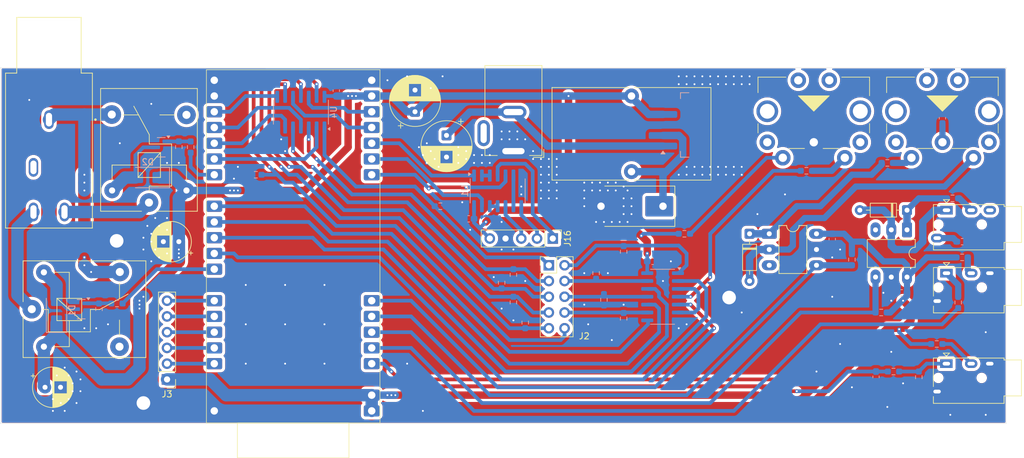
<source format=kicad_pcb>
(kicad_pcb (version 20241229) (generator "pcbnew") (generator_version "9.0")
  (layers (0 "F.Cu" signal) (2 "B.Cu" signal) (13 "F.Paste" user) (15 "B.Paste" user) (5 "F.SilkS" user "F.Silkscreen") (7 "B.SilkS" user "B.Silkscreen") (1 "F.Mask" user) (3 "B.Mask" user) (25 "Edge.Cuts" user))
  (net 0 "")
  (net 1 "GND")
  (net 2 "+3V3")
  (net 3 "+5V")
  (net 4 "Net-(U5-VIN)")
  (net 5 "/PIN_4")
  (net 6 "Net-(C36-Pad2)")
  (net 7 "Net-(C37-Pad2)")
  (net 8 "Net-(D13-K)")
  (net 9 "Net-(D13-A)")
  (net 10 "Net-(D14-A)")
  (net 11 "Net-(D14-K)")
  (net 12 "Net-(J33-Pad1)")
  (net 13 "Net-(D17-K)")
  (net 14 "Net-(J1-PadR1)")
  (net 15 "Net-(J1-PadT)")
  (net 16 "Net-(J2-Pin_6)")
  (net 17 "Net-(J2-Pin_4)")
  (net 18 "Net-(J2-Pin_2)")
  (net 19 "Net-(J2-Pin_9)")
  (net 20 "Net-(J2-Pin_3)")
  (net 21 "Net-(J2-Pin_8)")
  (net 22 "Net-(J2-Pin_10)")
  (net 23 "Net-(J2-Pin_1)")
  (net 24 "Net-(J2-Pin_7)")
  (net 25 "Net-(J2-Pin_5)")
  (net 26 "Net-(J16-Pin_3)")
  (net 27 "Net-(J16-Pin_2)")
  (net 28 "Net-(J16-Pin_1)")
  (net 29 "/SRCLK")
  (net 30 "/OE")
  (net 31 "/RCLK")
  (net 32 "/SRCLR")
  (net 33 "/SER")
  (net 34 "/EXT_CTRL_RING")
  (net 35 "/EXT_CTRL_TIP")
  (net 36 "Net-(J33-Pad2)")
  (net 38 "Net-(J33-Pad3)")
  (net 39 "Net-(J35-PadT)")
  (net 40 "Net-(J35-PadR1)")
  (net 41 "Net-(J36-Pad4)")
  (net 45 "Net-(J37-Pad5)")
  (net 46 "Net-(J37-Pad4)")
  (net 48 "Net-(J40-PadR1)")
  (net 51 "Net-(Q13-G)")
  (net 52 "Net-(Q15-G)")
  (net 53 "/MIDI_RX1")
  (net 54 "/MIDI_RX2")
  (net 55 "Net-(R17-Pad2)")
  (net 56 "/MIDI_TX2")
  (net 57 "Net-(U1-Pad6)")
  (net 58 "Net-(U1-Pad11)")
  (net 59 "/CLK")
  (net 60 "/MOSI")
  (net 61 "/CS")
  (net 62 "/MIDI_TX1")
  (net 63 "/<NO NET>")
  (net 64 "/PIN_20")
  (net 65 "/PIN_42")
  (net 68 "/PIN_19")
  (net 69 "/PIN_40")
  (net 70 "/PIN_39")
  (net 71 "/PIN_36")
  (net 72 "/PIN_35")
  (net 73 "/PIN_34")
  (net 74 "/PIN_33")
  (net 75 "Net-(U1-Pad2)")
  (net 76 "Net-(U2-Pad3)")
  (net 77 "Net-(D1-A2)")
  (net 78 "Net-(D2-A2)")
  (footprint "MountingHole:MountingHole_2.2mm_M2" (layer "F.Cu") (at 166.878 103.632)
    (property "Reference" "REF**" (hide yes))
    (property "Value" "MountingHole_2.2mm_M2" (hide yes))
  )
  (footprint "Inductor_THT:L_Toroid_Vertical_L25.4mm_W14.7mm_P12.20mm_Vishay_TJ5" (layer "F.Cu") (at 151.13 83.32 180)
    (property "Reference" "L1" (hide yes))
    (property "Value" "47uH/3A")
  )
  (footprint "Audio:Jack_3.5mm_PJ320A_Horizontal" (layer "F.Cu") (at 201.93 114.3 -90)
    (property "Reference" "J1" (hide yes))
    (property "Value" "AudioJack4" (hide yes))
  )
  (footprint "Audio:Jack_3.5mm_PJ320A_Horizontal" (layer "F.Cu") (at 201.945 99.7025 -90)
    (property "Reference" "J35" (hide yes))
    (property "Value" "AudioJack4" (hide yes))
  )
  (footprint "Capacitor_THT:CP_Radial_D6.3mm_P2.50mm" (layer "F.Cu") (at 78.105 94.615 180)
    (property "Reference" "C24" (hide yes))
    (property "Value" "22uf/25V" (hide yes))
  )
  (footprint "Relay_THT:Relay_SPDT_SANYOU_SRD_Series_Form_C" (layer "F.Cu") (at 54.38 105.51)
    (property "Reference" "K14" (hide yes))
    (property "Value" "SANYOU_SRD_Form_C" (hide yes))
  )
  (footprint "Connector_PinHeader_2.54mm:PinHeader_2x05_P2.54mm_Vertical" (layer "F.Cu") (at 137.795 98.425)
    (property "Reference" "J2")
    (property "Value" "Conn_02x05_Counter_Clockwise" (hide yes))
  )
  (footprint "MountingHole:MountingHole_2.2mm_M2" (layer "F.Cu") (at 72.39 120.65)
    (property "Reference" "REF**" (hide yes))
    (property "Value" "MountingHole_2.2mm_M2" (hide yes))
  )
  (footprint "Connector_PinHeader_2.54mm:PinHeader_1x05_P2.54mm_Vertical" (layer "F.Cu") (at 138.43 94.11 -90)
    (property "Reference" "J16")
    (property "Value" "Conn_01x05_Pin" (hide yes))
  )
  (footprint "Capacitor_THT:CP_Radial_D8.0mm_P3.50mm" (layer "F.Cu") (at 121.285 77.47 -90)
    (property "Reference" "C7" (hide yes))
    (property "Value" "680uF/50V" (hide yes))
  )
  (footprint "Audio:Jack_3.5mm_PJ320A_Horizontal" (layer "F.Cu") (at 201.945 89.5425 -90)
    (property "Reference" "J40" (hide yes))
    (property "Value" "AudioJack4" (hide yes))
  )
  (footprint "Diode_THT:D_DO-35_SOD27_P7.62mm_Horizontal" (layer "F.Cu") (at 195.58 89.535 180)
    (property "Reference" "D14" (hide yes))
    (property "Value" "1N914" (hide yes))
  )
  (footprint "Connector_BarrelJack:BarrelJack_GCT_DCJ200-10-A_Horizontal" (layer "F.Cu") (at 132.08 80.01 180)
    (property "Reference" "J38" (hide yes))
    (property "Value" "Jack-DC9-18V" (hide yes))
  )
  (footprint "Connector_PinHeader_2.54mm:PinHeader_1x06_P2.54mm_Vertical" (layer "F.Cu") (at 76.2 116.84 180)
    (property "Reference" "J3")
    (property "Value" "Conn_01x06_Pin" (hide yes))
  )
  (footprint "Package_DIP:DIP-6_W7.62mm_LongPads" (layer "F.Cu") (at 195.58 92.71 -90)
    (property "Reference" "U7" (hide yes))
    (property "Value" "H11L1" (hide yes))
  )
  (footprint "Package_DIP:DIP-6_W7.62mm_LongPads" (layer "F.Cu") (at 173.355 93.345)
    (property "Reference" "U8" (hide yes))
    (property "Value" "H11L1" (hide yes))
  )
  (footprint "Capacitor_THT:CP_Radial_D8.0mm_P3.50mm" (layer "F.Cu") (at 116.205 73.66 90)
    (property "Reference" "C20" (hide yes))
    (property "Value" "220uF/50V" (hide yes))
  )
  (footprint "Relay_THT:Relay_SPDT_SANYOU_SRD_Series_Form_C" (layer "F.Cu") (at 73.285 88.31 90)
    (property "Reference" "K13" (hide yes))
    (property "Value" "SANYOU_SRD_Form_C" (hide yes))
  )
  (footprint "Diode_SMD:D_SMC-RM10_Universal_Handsoldering" (layer "F.Cu") (at 151.21 88.9 180)
    (property "Reference" "D17" (hide yes))
    (property "Value" "SS54")
  )
  (footprint "Audio:CUI_SJ-63063B" (layer "F.Cu") (at 57.15 74.93 -90)
    (property "Reference" "J33" (hide yes))
    (property "Value" "SJ-63063B" (hide yes))
  )
  (footprint "Audio:DIN5_MIDI" (layer "F.Cu") (at 201.295 78.58 -90)
    (property "Reference" "J36" (hide yes))
    (property "Value" "MIDI_IN1")
  )
  (footprint "Audio:ESP32S3_1" (layer "F.Cu") (at 95.25 55.88 180)
    (property "Reference" "U9" (hide yes))
    (property "Value" "~" (hide yes))
  )
  (footprint "Audio:DIN5_MIDI" (layer "F.Cu") (at 180.54 78.58 -90)
    (property "Reference" "J37" (hide yes))
    (property "Value" "MIDI_OUT1")
  )
  (footprint "Capacitor_THT:CP_Radial_D6.3mm_P2.50mm" (layer "F.Cu") (at 56.515 118.11)
    (property "Reference" "C26" (hide yes))
    (property "Value" "22uf/25V" (hide yes))
  )
  (footprint "Diode_THT:D_DO-35_SOD27_P7.62mm_Horizontal" (layer "F.Cu") (at 170.18 93.345 -90)
    (property "Reference" "D13" (hide yes))
    (property "Value" "1N914" (hide yes))
  )
  (footprint "MountingHole:MountingHole_2.2mm_M2" (layer "F.Cu") (at 68.072 94.488)
    (property "Reference" "REF**" (hide yes))
    (property "Value" "MountingHole_2.2mm_M2" (hide yes))
  )
  (footprint "Diode_SMD:D_SMA" (layer "B.Cu") (at 73.095 84.27 180)
    (property "Reference" "D2")
    (property "Value" "SMAJ5.0A" (hide yes))
  )
  (footprint "Resistor_SMD:R_0603_1608Metric_Pad0.98x0.95mm_HandSolder" (layer "B.Cu") (at 200.3825 111.125)
    (property "Reference" "R35" (hide yes))
    (property "Value" "1K" (hide yes))
  )
  (footprint "Capacitor_SMD:C_0603_1608Metric_Pad1.08x0.95mm_HandSolder" (layer "B.Cu") (at 124.8675 90.935 180)
    (property "Reference" "C5" (hide yes))
    (property "Value" "104" (hide yes))
  )
  (footprint "Resistor_SMD:R_0603_1608Metric_Pad0.98x0.95mm_HandSolder" (layer "B.Cu") (at 149.86 96.2425 90)
    (property "Reference" "R38" (hide yes))
    (property "Value" "4k7" (hide yes))
  )
  (footprint "Capacitor_SMD:C_0603_1608Metric_Pad1.08x0.95mm_HandSolder" (layer "B.Cu") (at 154.5325 97.79)
    (property "Reference" "C4" (hide yes))
    (property "Value" "104" (hide yes))
  )
  (footprint "Resistor_SMD:R_0603_1608Metric_Pad0.98x0.95mm_HandSolder" (layer "B.Cu") (at 192.405 81.915 180)
    (property "Reference" "R13" (hide yes))
    (property "Value" "220" (hide yes))
  )
  (footprint "Resistor_SMD:R_0603_1608Metric_Pad0.98x0.95mm_HandSolder" (layer "B.Cu") (at 159.6625 93.345 180)
    (property "Reference" "R18" (hide yes))
    (property "Value" "220" (hide yes))
  )
  (footprint "Capacitor_SMD:C_0603_1608Metric_Pad1.08x0.95mm_HandSolder" (layer "B.Cu") (at 103.505 70.2575 90)
    (property "Reference" "C3" (hide yes))
    (property "Value" "104" (hide yes))
  )
  (footprint "Resistor_SMD:R_0603_1608Metric_Pad0.98x0.95mm_HandSolder" (layer "B.Cu") (at 132.08 99.9725 90)
    (property "Reference" "R39" (hide yes))
    (property "Value" "4k7" (hide yes))
  )
  (footprint "Resistor_SMD:R_0603_1608Metric_Pad0.98x0.95mm_HandSolder" (layer "B.Cu") (at 65.22 105.5025 -90)
    (property "Reference" "R12" (hide yes))
    (property "Value" "100k" (hide yes))
  )
  (footprint "Resistor_SMD:R_0603_1608Metric_Pad0.98x0.95mm_HandSolder" (layer "B.Cu") (at 130.175 101.2425 -90)
    (property "Reference" "R41" (hide yes))
    (property "Value" "4k7" (hide yes))
  )
  (footprint "Resistor_SMD:R_0603_1608Metric_Pad0.98x0.95mm_HandSolder" (layer "B.Cu") (at 120.2925 88.9 180)
    (property "Reference" "R37" (hide yes))
    (property "Value" "4k7" (hide yes))
  )
  (footprint "Resistor_SMD:R_0603_1608Metric_Pad0.98x0.95mm_HandSolder" (layer "B.Cu") (at 202.9225 87.63 180)
    (property "Reference" "R15" (hide yes))
    (property "Value" "220" (hide yes))
  )
  (footprint "Resistor_SMD:R_0603_1608Metric_Pad0.98x0.95mm_HandSolder" (layer "B.Cu") (at 78.105 79.3575 -90)
    (property "Reference" "R11" (hide yes))
    (property "Value" "100k" (hide yes))
  )
  (footprint "Package_SO:SOIC-14_3.9x8.7mm_P1.27mm" (layer "B.Cu") (at 156.145 103.505 180)
    (property "Reference" "U2" (hide yes))
    (property "Value" "74HCT14")
  )
  (footprint "Resistor_SMD:R_0603_1608Metric_Pad0.98x0.95mm_HandSolder" (layer "B.Cu") (at 191.4125 106.045 180)
    (property "Reference" "R16" (hide yes))
    (property "Value" "470" (hide yes))
  )
  (footprint "Package_TO_SOT_SMD:SOT-23" (layer "B.Cu") (at 75.2625 79.395 180)
    (property "Reference" "Q13" (hide yes))
    (property "Value" "IRLML2502" (hide yes))
  )
  (footprint "Resistor_SMD:R_0603_1608Metric_Pad0.98x0.95mm_HandSolder" (layer "B.Cu") (at 203.835 104.425 -90)
    (property "Reference" "R20" (hide yes))
    (property "Value" "47" (hide yes))
  )
  (footprint "Capacitor_SMD:C_0603_1608Metric_Pad1.08x0.95mm_HandSolder" (layer "B.Cu") (at 190.58 116.4325 90)
    (property "Reference" "C22" (hide yes))
    (property "Value" "104" (hide yes))
  )
  (footprint "Package_TO_SOT_SMD:TO-263-5_TabPin3" (layer "B.Cu") (at 163.86 75.79)
    (property "Reference" "U5" (hide yes))
    (property "Value" "LM2596S-5" (hide yes))
  )
  (footprint "Resistor_SMD:R_0603_1608Metric_Pad0.98x0.95mm_HandSolder" (layer "B.Cu") (at 133.985 107.6725 -90)
    (property "Reference" "R45" (hide yes))
    (property "Value" "4k7" (hide yes))
  )
  (footprint "Resistor_SMD:R_0603_1608Metric_Pad0.98x0.95mm_HandSolder" (layer "B.Cu") (at 193.3975 115.57)
    (property "Reference" "R33" (hide yes))
    (property "Value" "680")
  )
  (footprint "Package_TO_SOT_SMD:SOT-23" (layer "B.Cu") (at 62.3475 105.51 180)
    (property "Reference" "Q15" (hide yes))
    (property "Value" "IRLML2502" (hide yes))
  )
  (footprint "Diode_SMD:D_SMA" (layer "B.Cu") (at 58.37 105.75 90)
    (property "Reference" "D1")
    (property "Value" "SMAJ5.0A" (hide yes))
  )
  (footprint "Capacitor_SMD:C_0603_1608Metric_Pad1.08x0.95mm_HandSolder" (layer "B.Cu") (at 201.295 74.7025 -90)
    (property "Reference" "C36" (hide yes))
    (property "Value" "104" (hide yes))
  )
  (footprint "Capacitor_SMD:C_0603_1608Metric_Pad1.08x0.95mm_HandSolder" (layer "B.Cu") (at 183.515 94.2075 -90)
    (property "Reference" "C2" (hide yes))
    (property "Value" "104" (hide yes))
  )
  (footprint "Resistor_SMD:R_0603_1608Metric_Pad0.98x0.95mm_HandSolder" (layer "B.Cu") (at 179.3475 83.185 180)
    (property "Reference" "R17" (hide yes))
    (property "Value" "220" (hide yes))
  )
  (footprint "Resistor_SMD:R_0603_1608Metric_Pad0.98x0.95mm_HandSolder" (layer "B.Cu") (at 204.47 97.155 180)
    (property "Reference" "R19" (hide yes))
    (property "Value" "47" (hide yes))
  )
  (footprint "Resistor_SMD:R_0603_1608Metric_Pad0.98x0.95mm_HandSolder" (layer "B.Cu") (at 90.5275 83.82)
    (property "Reference" "R46" (hide yes))
    (property "Value" "4k7" (hide yes))
  )
  (footprint "Capacitor_SMD:C_0603_1608Metric_Pad1.08x0.95mm_HandSolder" (layer "B.Cu") (at 204.47 94.615 180)
    (property "Reference" "C37" (hide yes))
    (property "Value" "104" (hide yes))
  )
  (footprint "Resistor_SMD:R_0603_1608Metric_Pad0.98x0.95mm_HandSolder" (layer "B.Cu") (at 186.69 97.5125 -90)
    (property "Reference" "R14" (hide yes))
    (property "Value" "470" (hide yes))
  )
  (footprint "Package_SO:SOIC-14_3.9x8.7mm_P1.27mm" (layer "B.Cu") (at 129.54 86.425 -90)
    (property "Reference" "U1")
    (property "Value" "74HCT14")
  )
  (footprint "Resistor_SMD:R_0603_1608Metric_Pad0.98x0.95mm_HandSolder" (layer "B.Cu") (at 149.86 107.0375 90)
    (property "Reference" "R44" (hide yes))
    (property "Value" "4k7" (hide yes))
  )
  (footprint "Capacitor_SMD:C_0603_1608Metric_Pad1.08x0.95mm_HandSolder" (layer "B.Cu") (at 194.7175 102.87 180)
    (property "Reference" "C1" (hide yes))
    (property "Value" "104" (hide yes))
  )
  (footprint "Resistor_SMD:R_0603_1608Metric_Pad0.98x0.95mm_HandSolder" (layer "B.Cu") (at 68.1175 104.59 180)
    (property "Reference" "R32" (hide yes))
    (property "Value" "100" (hide yes))
  )
  (footprint "Package_SO:SOIC-14_3.9x8.7mm_P1.27mm" (layer "B.Cu") (at 97.79 73.725 90)
    (property "Reference" "U4")
    (property "Value" "74HCT14")
  )
  (footprint "Resistor_SMD:R_0603_1608Metric_Pad0.98x0.95mm_HandSolder" (layer "B.Cu") (at 132.08 104.4175 90)
    (property "Reference" "R43" (hide yes))
    (property "Value" "4k7" (hide yes))
  )
  (footprint "Resistor_SMD:R_0603_1608Metric_Pad0.98x0.95mm_HandSolder" (layer "B.Cu") (at 145.415 99.695 -90)
    (property "Reference" "R40" (hide yes))
    (property "Value" "4k7" (hide yes))
  )
  (footprint "Resistor_SMD:R_0603_1608Metric_Pad0.98x0.95mm_HandSolder" (layer "B.Cu") (at 80.01 79.3575 90)
    (property "Reference" "R31" (hide yes))
    (property "Value" "100" (hide yes))
  )
  (footprint "Resistor_SMD:R_0603_1608Metric_Pad0.98x0.95mm_HandSolder" (layer "B.Cu") (at 197.485 116.4825 -90)
    (property "Reference" "R36" (hide yes))
    (property "Value" "1M" (hide yes))
  )
  (footprint "Resistor_SMD:R_0603_1608Metric_Pad0.98x0.95mm_HandSolder" (layer "B.Cu") (at 146.685 103.9895 90)
    (property "Reference" "R42" (hide yes))
    (property "Value" "4k7" (hide yes))
  )
  (gr_line (start 49.276 66.548) (end 49.276 123.952) (stroke (width 0.05)) (layer "Edge.Cuts"))
  (gr_line (start 211.582 66.548) (end 49.276 66.548) (stroke (width 0.05)) (layer "Edge.Cuts"))
  (gr_line (start 49.276 123.952) (end 211.582 123.952) (stroke (width 0.05)) (layer "Edge.Cuts"))
  (gr_line (start 211.582 123.952) (end 211.582 66.548) (stroke (width 0.05)) (layer "Edge.Cuts"))
  (via (at 86.995 84.455) (size 0.6) (drill 0.3) (layers "F.Cu" "B.Cu") (net 1))
  (via (at 120.015 82.55) (size 0.6) (drill 0.3) (layers "F.Cu" "B.Cu") (net 1))
  (via (at 149.86 88.9) (size 0.6) (drill 0.3) (layers "F.Cu" "B.Cu") (net 1))
  (via (at 175.895 86.995) (size 0.6) (drill 0.3) (layers "F.Cu" "B.Cu") (net 1))
  (via (at 123.825 88.265) (size 0.6) (drill 0.3) (layers "F.Cu" "B.Cu") (net 1))
  (via (at 139.065 87.63) (size 0.6) (drill 0.3) (layers "F.Cu" "B.Cu") (net 1))
  (via (at 125.73 81.915) (size 0.6) (drill 0.3) (layers "F.Cu" "B.Cu") (net 1))
  (via (at 78.105 81.915) (size 0.6) (drill 0.3) (layers "F.Cu" "B.Cu") (net 1))
  (via (at 123.19 80.645) (size 0.6) (drill 0.3) (layers "F.Cu" "B.Cu") (net 1))
  (via (at 131.445 76.835) (size 0.6) (drill 0.3) (layers "F.Cu" "B.Cu") (net 1))
  (via (at 130.175 105.41) (size 0.6) (drill 0.3) (layers "F.Cu" "B.Cu") (net 1))
  (via (at 74.93 92.075) (size 0.6) (drill 0.3) (layers "F.Cu" "B.Cu") (net 1))
  (via (at 133.35 85.725) (size 0.6) (drill 0.3) (layers "F.Cu" "B.Cu") (net 1))
  (via (at 66.675 107.95) (size 0.6) (drill 0.3) (layers "F.Cu" "B.Cu") (net 1))
  (via (at 64.77 108.585) (size 0.6) (drill 0.3) (layers "F.Cu" "B.Cu") (net 1))
  (via (at 161.29 69.215) (size 0.6) (drill 0.3) (layers "F.Cu" "B.Cu") (net 1))
  (via (at 165.1 82.55) (size 0.6) (drill 0.3) (layers "F.Cu" "B.Cu") (net 1))
  (via (at 130.175 95.885) (size 0.6) (drill 0.3) (layers "F.Cu" "B.Cu") (net 1))
  (via (at 147.32 99.695) (size 0.6) (drill 0.3) (layers "F.Cu" "B.Cu") (net 1))
  (via (at 73.66 94.615) (size 0.6) (drill 0.3) (layers "F.Cu" "B.Cu") (net 1))
  (via (at 60.96 118.745) (size 0.6) (drill 0.3) (layers "F.Cu" "B.Cu") (net 1))
  (via (at 136.525 86.36) (size 0.6) (drill 0.3) (layers "F.Cu" "B.Cu") (net 1))
  (via (at 146.05 86.36) (size 0.6) (drill 0.3) (layers "F.Cu" "B.Cu") (net 1))
  (via (at 57.785 120.015) (size 0.6) (drill 0.3) (layers "F.Cu" "B.Cu") (net 1))
  (via (at 128.27 80.645) (size 0.6) (drill 0.3) (layers "F.Cu" "B.Cu") (net 1))
  (via (at 116.84 79.375) (size 0.6) (drill 0.3) (layers "F.Cu" "B.Cu") (net 1))
  (via (at 192.405 121.285) (size 0.6) (drill 0.3) (layers "F.Cu" "B.Cu") (net 1))
  (via (at 168.91 83.82) (size 0.6) (drill 0.3) (layers "F.Cu" "B.Cu") (net 1))
  (via (at 161.29 82.55) (size 0.6) (drill 0.3) (layers "F.Cu" "B.Cu") (net 1))
  (via (at 61.595 115.57) (size 0.6) (drill 0.3) (layers "F.Cu" "B.Cu") (net 1))
  (via (at 137.795 87.63) (size 0.6) (drill 0.3) (layers "F.Cu" "B.Cu") (net 1))
  (via (at 167.64 82.55) (size 0.6) (drill 0.3) (layers "F.Cu" "B.Cu") (net 1))
  (via (at 132.715 76.835) (size 0.6) (drill 0.3) (layers "F.Cu" "B.Cu") (net 1))
  (via (at 95.25 80.01) (size 0.6) (drill 0.3) (layers "F.Cu" "B.Cu") (net 1))
  (via (at 161.29 83.82) (size 0.6) (drill 0.3) (layers "F.Cu" "B.Cu") (net 1))
  (via (at 160.02 69.215) (size 0.6) (drill 0.3) (layers "F.Cu" "B.Cu") (net 1))
  (via (at 130.175 76.835) (size 0.6) (drill 0.3) (layers "F.Cu" "B.Cu") (net 1))
  (via (at 156.21 100.965) (size 0.6) (drill 0.3) (layers "F.Cu" "B.Cu") (net 1))
  (via (at 202.565 122.555) (size 0.6) (drill 0.3) (layers "F.Cu" "B.Cu") (net 1))
  (via (at 62.865 108.585) (size 0.6) (drill 0.3) (layers "F.Cu" "B.Cu") (net 1))
  (via (at 135.255 81.28) (size 0.6) (drill 0.3) (layers "F.Cu" "B.Cu") (net 1))
  (via (at 137.795 83.82) (size 0.6) (drill 0.3) (layers "F.Cu" "B.Cu") (net 1))
  (via (at 73.66 93.345) (size 0.6) (drill 0.3) (layers "F.Cu" "B.Cu") (net 1))
  (via (at 147.955 91.44) (size 0.6) (drill 0.3) (layers "F.Cu" "B.Cu") (net 1))
  (via (at 143.51 88.9) (size 0.6) (drill 0.3) (layers "F.Cu" "B.Cu") (net 1))
  (via (at 123.19 79.375) (size 0.6) (drill 0.3) (layers "F.Cu" "B.Cu") (net 1))
  (via (at 162.56 67.945) (size 0.6) (drill 0.3) (layers "F.Cu" "B.Cu") (net 1))
  (via (at 127 80.645) (size 0.6) (drill 0.3) (layers "F.Cu" "B.Cu") (net 1))
  (via (at 136.525 81.28) (size 0.6) (drill 0.3) (layers "F.Cu" "B.Cu") (net 1))
  (via (at 136.525 83.82) (size 0.6) (drill 0.3) (layers "F.Cu" "B.Cu") (net 1))
  (via (at 59.69 121.92) (size 0.6) (drill 0.3) (layers "F.Cu" "B.Cu") (net 1))
  (via (at 184.785 95.885) (size 0.6) (drill 0.3) (layers "F.Cu" "B.Cu") (net 1))
  (via (at 60.325 116.205) (size 0.6) (drill 0.3) (layers "F.Cu" "B.Cu") (net 1))
  (via (at 131.445 78.105) (size 0.6) (drill 0.3) (layers "F.Cu" "B.Cu") (net 1))
  (via (at 208.28 122.555) (size 0.6) (drill 0.3) (layers "F.Cu" "B.Cu") (net 1))
  (via (at 160.02 107.95) (size 0.6) (drill 0.3) (layers "F.Cu" "B.Cu") (net 1))
  (via (at 193.04 112.395) (size 0.6) (drill 0.3) (layers "F.Cu" "B.Cu") (net 1))
  (via (at 158.75 108.585) (size 0.6) (drill 0.3) (layers "F.Cu" "B.Cu") (net 1))
  (via (at 74.295 95.885) (size 0.6) (drill 0.3) (layers "F.Cu" "B.Cu") (net 1))
  (via (at 168.91 82.55) (size 0.6) (drill 0.3) (layers "F.Cu" "B.Cu") (net 1))
  (via (at 123.19 81.915) (size 0.6) (drill 0.3) (layers "F.Cu" "B.Cu") (net 1))
  (via (at 143.51 99.695) (size 0.6) (drill 0.3) (layers "F.Cu" "B.Cu") (net 1))
  (via (at 143.51 87.63) (size 0.6) (drill 0.3) (layers "F.Cu" "B.Cu") (net 1))
  (via (at 118.745 80.01) (size 0.6) (drill 0.3) (layers "F.Cu" "B.Cu") (net 1))
  (via (at 149.86 85.725) (size 0.6) (drill 0.3) (layers "F.Cu" "B.Cu") (net 1))
  (via (at 74.93 97.155) (size 0.6) (drill 0.3) (layers "F.Cu" "B.Cu") (net 1))
  (via (at 160.02 82.55) (size 0.6) (drill 0.3) (layers "F.Cu" "B.Cu") (net 1))
  (via (at 143.51 85.09) (size 0.6) (drill 0.3) (layers "F.Cu" "B.Cu") (net 1))
  (via (at 61.595 120.65) (size 0.6) (drill 0.3) (layers "F.Cu" "B.Cu") (net 1))
  (via (at 146.685 91.44) (size 0.6) (drill 0.3) (layers "F.Cu" "B.Cu") (net 1))
  (via (at 73.66 97.79) (size 0.6) (drill 0.3) (layers "F.Cu" "B.Cu") (net 1))
  (via (at 57.785 121.92) (size 0.6) (drill 0.3) (layers "F.Cu" "B.Cu") (net 1))
  (via (at 208.28 109.22) (size 0.6) (drill 0.3) (layers "F.Cu" "B.Cu") (net 1))
  (via (at 133.985 100.965) (size 0.6) (drill 0.3) (layers "F.Cu" "B.Cu") (net 1))
  (via (at 124.46 81.28) (size 0.6) (drill 0.3) (layers "F.Cu" "B.Cu") (net 1))
  (via (at 88.9 101.6) (size 0.6) (drill 0.3) (layers "F.Cu" "B.Cu") (net 1))
  (via (at 168.91 69.215) (size 0.6) (drill 0.3) (layers "F.Cu" "B.Cu") (net 1))
  (via (at 158.75 69.215) (size 0.6) (drill 0.3) (layers "F.Cu" "B.Cu") (net 1))
  (via (at 59.69 114.935) (size 0.6) (drill 0.3) (layers "F.Cu" "B.Cu") (net 1))
  (via (at 132.08 107.315) (size 0.6) (drill 0.3) (layers "F.Cu" "B.Cu") (net 1))
  (via (at 60.96 117.475) (size 0.6) (drill 0.3) (layers "F.Cu" "B.Cu") (net 1))
  (via (at 166.37 69.215) (size 0.6) (drill 0.3) (layers "F.Cu" "B.Cu") (net 1))
  (via (at 76.2 81.915) (size 0.6) (drill 0.3) (layers "F.Cu" "B.Cu") (net 1))
  (via (at 137.795 81.28) (size 0.6) (drill 0.3) (layers "F.Cu" "B.Cu") (net 1))
  (via (at 130.175 78.105) (size 0.6) (drill 0.3) (layers "F.Cu" "B.Cu") (net 1))
  (via (at 149.86 87.63) (size 0.6) (drill 0.3) (layers "F.Cu" "B.Cu") (net 1))
  (via (at 170.18 69.215) (size 0.6) (drill 0.3) (layers "F.Cu" "B.Cu") (net 1))
  (via (at 193.04 104.14) (size 0.6) (drill 0.3) (layers "F.Cu" "B.Cu") (net 1))
  (via (at 160.02 67.945) (size 0.6) (drill 0.3) (layers "F.Cu" "B.Cu") (net 1))
  (via (at 139.065 81.28) (size 0.6) (drill 0.3) (layers "F.Cu" "B.Cu") (net 1))
  (via (at 168.91 106.045) (size 0.6) (drill 0.3) (layers "F.Cu" "B.Cu") (net 1))
  (via (at 132.08 95.885) (size 0.6) (drill 0.3) (layers "F.Cu" "B.Cu") (net 1))
  (via (at 171.45 90.17) (size 0.6) (drill 0.3) (layers "F.Cu" "B.Cu") (net 1))
  (via (at 88.9 114.3) (size 0.6) (drill 0.3) (layers "F.Cu" "B.Cu") (net 1))
  (via (at 124.46 80.01) (size 0.6) (drill 0.3) (layers "F.Cu" "B.Cu") (net 1))
  (via (at 139.065 82.55) (size 0.6) (drill 0.3) (layers "F.Cu" "B.Cu") (net 1))
  (via (at 133.35 86.995) (size 0.6) (drill 0.3) (layers "F.Cu" "B.Cu") (net 1))
  (via (at 143.51 104.775) (size 0.6) (drill 0.3) (layers "F.Cu" "B.Cu") (net 1))
  (via (at 166.37 67.945) (size 0.6) (drill 0.3) (layers "F.Cu" "B.Cu") (net 1))
  (via (at 118.11 78.74) (size 0.6) (drill 0.3) (layers "F.Cu" "B.Cu") (net 1))
  (via (at 147.32 85.09) (size 0.6) (drill 0.3) (layers "F.Cu" "B.Cu") (net 1))
  (via (at 144.78 86.36) (size 0.6) (drill 0.3) (layers "F.Cu" "B.Cu") (net 1))
  (via (at 170.18 67.945) (size 0.6) (drill 0.3) (layers "F.Cu" "B.Cu") (net 1))
  (via (at 95.25 107.95) (size 0.6) (drill 0.3) (layers "F.Cu" "B.Cu") (net 1))
  (via (at 139.065 85.09) (size 0.6) (drill 0.3) (layers "F.Cu" "B.Cu") (net 1))
  (via (at 114.935 114.3) (size 0.6) (drill 0.3) (layers "F.Cu" "B.Cu") (net 1))
  (via (at 132.715 78.105) (size 0.6) (drill 0.3) (layers "F.Cu" "B.Cu") (net 1))
  (via (at 180.975 115.57) (size 0.6) (drill 0.3) (layers "F.Cu" "B.Cu") (net 1))
  (via (at 167.64 83.82) (size 0.6) (drill 0.3) (layers "F.Cu" "B.Cu") (net 1))
  (via (at 137.795 82.55) (size 0.6) (drill 0.3) (layers "F.Cu" "B.Cu") (net 1))
  (via (at 148.59 85.09) (size 0.6) (drill 0.3) (layers "F.Cu" "B.Cu") (net 1))
  (via (at 144.145 107.95) (size 0.6) (drill 0.3) (layers "F.Cu" "B.Cu") (net 1))
  (via (at 114.935 67.945) (size 0.6) (drill 0.3) (layers "F.Cu" "B.Cu") (net 1))
  (via (at 147.32 86.36) (size 0.6) (drill 0.3) (layers "F.Cu" "B.Cu") (net 1))
  (via (at 151.13 90.17) (size 0.6) (drill 0.3) (layers "F.Cu" "B.Cu") (net 1))
  (via (at 117.475 121.92) (size 0.6) (drill 0.3) (layers "F.Cu" "B.Cu") (net 1))
  (via (at 165.1 67.945) (size 0.6) (drill 0.3) (layers "F.Cu" "B.Cu") (net 1))
  (via (at 149.225 91.44) (size 0.6) (drill 0.3) (layers "F.Cu" "B.Cu") (net 1))
  (via (at 73.66 72.39) (size 0.6) (drill 0.3) (layers "F.Cu" "B.Cu") (net 1))
  (via (at 101.6 107.95) (size 0.6) (drill 0.3) (layers "F.Cu" "B.Cu") (net 1))
  (via (at 146.05 85.09) (size 0.6) (drill 0.3) (layers "F.Cu" "B.Cu") (net 1))
  (via (at 145.415 91.44) (size 0.6) (drill 0.3) (layers "F.Cu" "B.Cu") (net 1))
  (via (at 95.25 114.3) (size 0.6) (drill 0.3) (layers "F.Cu" "B.Cu") (net 1))
  (via (at 101.6 101.6) (size 0.6) (drill 0.3) (layers "F.Cu" "B.Cu") (net 1))
  (via (at 125.73 80.645) (size 0.6) (drill 0.3) (layers "F.Cu" "B.Cu") (net 1))
  (via (at 94.615 78.105) (size 0.6) (drill 0.3) (layers "F.Cu" "B.Cu") (net 1))
  (via (at 163.83 69.215) (size 0.6) (drill 0.3) (layers "F.Cu" "B.Cu") (net 1))
  (via (at 58.42 116.205) (size 0.6) (drill 0.3) (layers "F.Cu" "B.Cu") (net 1))
  (via (at 118.11 81.915) (size 0.6) (drill 0.3) (layers "F.Cu" "B.Cu") (net 1))
  (via (at 136.525 87.63) (size 0.6) (drill 0.3) (layers "F.Cu" "B.Cu") (net 1))
  (via (at 166.37 82.55) (size 0.6) (drill 0.3) (layers "F.Cu" "B.Cu") (net 1))
  (via (at 162.56 83.82) (size 0.6) (drill 0.3) (layers "F.Cu" "B.Cu") (net 1))
  (via (at 137.795 85.09) (size 0.6) (drill 0.3) (layers "F.Cu" "B.Cu") (net 1))
  (via (at 163.83 82.55) (size 0.6) (drill 0.3) (layers "F.Cu" "B.Cu") (net 1))
  (via (at 72.39 95.885) (size 0.6) (drill 0.3) (layers "F.Cu" "B.Cu") (net 1))
  (via (at 151.13 87.63) (size 0.6) (drill 0.3) (layers "F.Cu" "B.Cu") (net 1))
  (via (at 119.38 81.28) (size 0.6) (drill 0.3) (layers "F.Cu" "B.Cu") (net 1))
  (via (at 186.69 118.11) (size 0.6) (drill 0.3) (layers "F.Cu" "B.Cu") (net 1))
  (via (at 183.515 103.505) (size 0.6) (drill 0.3) (layers "F.Cu" "B.Cu") (net 1))
  (via (at 139.065 83.82) (size 0.6) (drill 0.3) (layers "F.Cu" "B.Cu") (net 1))
  (via (at 76.2 90.805) (size 0.6) (drill 0.3) (layers "F.Cu" "B.Cu") (net 1))
  (via (at 162.56 82.55) (size 0.6) (drill 0.3) (layers "F.Cu" "B.Cu") (net 1))
  (via (at 165.1 69.215) (size 0.6) (drill 0.3) (layers "F.Cu" "B.Cu") (net 1))
  (via (at 73.025 92.075) (size 0.6) (drill 0.3) (layers "F.Cu" "B.Cu") (net 1))
  (via (at 191.77 102.87) (size 0.6) (drill 0.3) (layers "F.Cu" "B.Cu") (net 1))
  (via (at 125.095 92.71) (size 0.6) (drill 0.3) (layers "F.Cu" "B.Cu") (net 1))
  (via (at 60.325 120.015) (size 0.6) (drill 0.3) (layers "F.Cu" "B.Cu") (net 1))
  (via (at 158.75 67.945) (size 0.6) (drill 0.3) (layers "F.Cu" "B.Cu") (net 1))
  (via (at 151.13 88.9) (size 0.6) (drill 0.3) (layers "F.Cu" "B.Cu") (net 1))
  (via (at 167.64 69.215) (size 0.6) (drill 0.3) (layers "F.Cu" "B.Cu") (net 1))
  (via (at 194.945 117.475) (size 0.6) (drill 0.3) (layers "F.Cu" "B.Cu") (net 1))
  (via (at 162.56 69.215) (size 0.6) (drill 0.3) (layers "F.Cu" "B.Cu") (net 1))
  (via (at 76.2 92.71) (size 0.6) (drill 0.3) (layers "F.Cu" "B.Cu") (net 1))
  (via (at 117.475 80.645) (size 0.6) (drill 0.3) (layers "F.Cu" "B.Cu") (net 1))
  (via (at 150.495 91.44) (size 0.6) (drill 0.3) (layers "F.Cu" "B.Cu") (net 1))
  (via (at 149.86 90.17) (size 0.6) (drill 0.3) (layers "F.Cu" "B.Cu") (net 1))
  (via (at 148.59 86.36) (size 0.6) (drill 0.3) (layers "F.Cu" "B.Cu") (net 1))
  (via (at 118.745 69.85) (size 0.6) (drill 0.3) (layers "F.Cu" "B.Cu") (net 1))
  (via (at 168.91 67.945) (size 0.6) (drill 0.3) (layers "F.Cu" "B.Cu") (net 1))
  (via (at 95.25 101.6) (size 0.6) (drill 0.3) (layers "F.Cu" "B.Cu") (net 1))
  (via (at 62.23 116.84) (size 0.6) (drill 0.3) (layers "F.Cu" "B.Cu") (net 1))
  (via (at 184.785 111.125) (size 0.6) (drill 0.3) (layers "F.Cu" "B.Cu") (net 1))
  (via (at 167.64 67.945) (size 0.6) (drill 0.3) (layers "F.Cu" "B.Cu") (net 1))
  (via (at 139.065 86.36) (size 0.6) (drill 0.3) (layers "F.Cu" "B.Cu") (net 1))
  (via (at 163.83 67.945) (size 0.6) (drill 0.3) (layers "F.Cu" "B.Cu") (net 1))
  (via (at 111.76 68.58) (size 0.6) (drill 0.3) (layers "F.Cu" "B.Cu") (net 1))
  (via (at 157.48 97.79) (size 0.6) (drill 0.3) (layers "F.Cu" "B.Cu") (net 1))
  (via (at 128.905 100.33) (size 0.6) (drill 0.3) (layers "F.Cu" "B.Cu") (net 1))
  (via (at 150.495 86.36) (size 0.6) (drill 0.3) (layers "F.Cu" "B.Cu") (net 1))
  (via (at 144.78 85.09) (size 0.6) (drill 0.3) (layers "F.Cu" "B.Cu") (net 1))
  (via (at 130.175 91.44) (size 0.6) (drill 0.3) (layers "F.Cu" "B.Cu") (net 1))
  (via (at 163.83 83.82) (size 0.6) (drill 0.3) (layers "F.Cu" "B.Cu") (net 1))
  (via (at 87.63 82.55) (size 0.6) (drill 0.3) (layers "F.Cu" "B.Cu") (net 1))
  (via (at 137.795 86.36) (size 0.6) (drill 0.3) (layers "F.Cu" "B.Cu") (net 1))
  (via (at 128.27 81.915) (size 0.6) (drill 0.3) (layers "F.Cu" "B.Cu") (net 1))
  (via (at 68.58 78.74) (size 0.6) (drill 0.3) (layers "F.Cu" "B.Cu") (net 1))
  (via (at 165.1 83.82) (size 0.6) (drill 0.3) (layers "F.Cu" "B.Cu") (net 1))
  (via (at 88.9 107.95) (size 0.6) (drill 0.3) (layers "F.Cu" "B.Cu") (net 1))
  (via (at 59.055 120.65) (size 0.6) (drill 0.3) (layers "F.Cu" "B.Cu") (net 1))
  (via (at 101.6 114.3) (size 0.6) (drill 0.3) (layers "F.Cu" "B.Cu") (net 1))
  (via (at 158.75 83.82) (size 0.6) (drill 0.3) (layers "F.Cu" "B.Cu") (net 1))
  (via (at 127 81.915) (size 0.6) (drill 0.3) (layers "F.Cu" "B.Cu") (net 1))
  (via (at 136.525 82.55) (size 0.6) (drill 0.3) (layers "F.Cu" "B.Cu") (net 1))
  (via (at 76.2 96.52) (size 0.6) (drill 0.3) (layers "F.Cu" "B.Cu") (net 1))
  (via (at 143.51 86.36) (size 0.6) (drill 0.3) (layers "F.Cu" "B.Cu") (net 1))
  (via (at 166.37 83.82) (size 0.6) (drill 0.3) (layers "F.Cu" "B.Cu") (net 1))
  (via (at 62.23 118.745) (size 0.6) (drill 0.3) (layers "F.Cu" "B.Cu") (net 1))
  (via (at 120.65 67.945) (size 0.6) (drill 0.3) (layers "F.Cu" "B.Cu") (net 1))
  (via (at 135.255 80.01) (size 0.6) (drill 0.3) (layers "F.Cu" "B.Cu") (net 1))
  (via (at 74.295 90.805) (size 0.6) (drill 0.3) (layers "F.Cu" "B.Cu") (net 1))
  (via (at 136.525 85.09) (size 0.6) (drill 0.3) (layers "F.Cu" "B.Cu") (net 1))
  (via (at 53.975 71.755) (size 0.6) (drill 0.3) (layers "F.Cu" "B.Cu") (net 1))
  (via (at 160.02 83.82) (size 0.6) (drill 0.3) (layers "F.Cu" "B.Cu") (net 1))
  (via (at 133.985 78.105) (size 0.6) (drill 0.3) (layers "F.Cu" "B.Cu") (net 1))
  (via (at 183.515 97.155) (size 0.6) (drill 0.3) (layers "F.Cu" "B.Cu") (net 1))
  (via (at 161.29 67.945) (size 0.6) (drill 0.3) (layers "F.Cu" "B.Cu") (net 1))
  (via (at 149.86 104.775) (size 0.6) (drill 0.3) (layers "F.Cu" "B.Cu") (net 1))
  (via (at 72.39 93.98) (size 0.6) (drill 0.3) (layers "F.Cu" "B.Cu") (net 1))
  (via (at 147.955 110.49) (size 0.6) (drill 0.3) (layers "F.Cu" "B.Cu") (net 1))
  (segment (start 179.705 121.285) (end 192.405 108.585) (width 1.2) (layer "F.Cu") (net 2))
  (segment (start 173.355 121.285) (end 179.705 121.285) (width 1.2) (layer "F.Cu") (net 2))
  (segment (start 196.215 107.315) (end 196.215 105.41) (width 1.2) (layer "F.Cu") (net 2))
  (segment (start 171.45 119.38) (end 173.355 121.285) (width 1.2) (layer "F.Cu") (net 2))
  (segment (start 111.76 119.38) (end 171.45 119.38) (width 1.2) (layer "F.Cu") (net 2))
  (segment (start 196.215 105.41) (end 194.945 104.14) (width 1.2) (layer "F.Cu") (net 2))
  (segment (start 194.945 108.585) (end 196.215 107.315) (width 1.2) (layer "F.Cu") (net 2))
  (segment (start 192.405 108.585) (end 194.945 108.585) (width 1.2) (layer "F.Cu") (net 2))
  (via (at 194.31 108.75) (size 0.6) (drill 0.3) (layers "F.Cu" "B.Cu") (net 2))
  (via (at 112.395 119.38) (size 0.6) (drill 0.3) (layers "F.Cu" "B.Cu") (net 2))
  (via (at 113.03 119.38) (size 0.6) (drill 0.3) (layers "F.Cu" "B.Cu") (net 2))
  (via (at 194.945 104.14) (size 0.6) (drill 0.3) (layers "F.Cu" "B.Cu") (net 2))
  (via (at 111.76 119.38) (size 0.6) (drill 0.3) (layers "F.Cu" "B.Cu") (net 2))
  (segment (start 112.395 119.38) (end 113.03 119.38) (width 1.2) (layer "B.Cu") (net 2))
  (segment (start 192.88 106.045) (end 193.2775 105.6475) (width 1) (layer "B.Cu") (net 2))
  (segment (start 198.755 97.155) (end 203.5575 97.155) (width 1) (layer "B.Cu") (net 2))
  (segment (start 195.58 100.33) (end 198.755 97.155) (width 1) (layer "B.Cu") (net 2))
  (segment (start 186.69 94.615) (end 185.42 93.345) (width 1) (layer "B.Cu") (net 2))
  (segment (start 109.22 119.38) (end 85.725 119.38) (width 2) (layer "B.Cu") (net 2))
  (segment (start 180.975 93.345) (end 183.515 93.345) (width 1) (layer "B.Cu") (net 2))
  (segment (start 185.42 93.345) (end 183.515 93.345) (width 1) (layer "B.Cu") (net 2))
  (segment (start 191.77 97.79) (end 188.595 94.615) (width 1) (layer "B.Cu") (net 2))
  (segment (start 83.185 116.84) (end 76.2 116.84) (width 2) (layer "B.Cu") (net 2))
  (segment (start 194.31 109.22) (end 196.215 111.125) (width 0.6) (layer "B.Cu") (net 2))
  (segment (start 109.22 121.92) (end 109.22 119.38) (width 2) (layer "B.Cu") (net 2))
  (segment (start 194.945 97.79) (end 191.77 97.79) (width 1) (layer "B.Cu") (net 2))
  (segment (start 85.725 119.38) (end 83.185 116.84) (width 2) (layer "B.Cu") (net 2))
  (segment (start 195.58 100.33) (end 195.58 98.425) (width 1) (layer "B.Cu") (net 2))
  (segment (start 192.325 106.045) (end 192.88 106.045) (width 1) (layer "B.Cu") (net 2))
  (segment (start 109.22 119.38) (end 111.76 119.38) (width 1.2) (layer "B.Cu") (net 2))
  (segment (start 193.2775 105.6475) (end 195.58 103.345) (width 1) (layer "B.Cu") (net 2))
  (segment (start 196.215 111.125) (end 199.47 111.125) (width 0.6) (layer "B.Cu") (net 2))
  (segment (start 195.58 98.425) (end 194.945 97.79) (width 1) (layer "B.Cu") (net 2))
  (segment (start 195.58 100.33) (end 195.58 102.87) (width 1) (layer "B.Cu") (net 2))
  (segment (start 194.31 108.75) (end 194.31 109.22) (width 0.6) (layer "B.Cu") (net 2))
  (segment (start 188.595 94.615) (end 186.69 94.615) (width 1) (layer "B.Cu") (net 2))
  (segment (start 195.58 103.345) (end 195.58 102.87) (width 1) (layer "B.Cu") (net 2))
  (segment (start 186.69 96.6) (end 186.69 94.615) (width 1) (layer "B.Cu") (net 2))
  (segment (start 111.76 119.38) (end 112.395 119.38) (width 1.2) (layer "B.Cu") (net 2))
  (segment (start 129.54 89.535) (end 127.635 91.44) (width 1.2) (layer "F.Cu") (net 3))
  (segment (start 105.41 71.12) (end 105.41 79.375) (width 1.2) (layer "F.Cu") (net 3))
  (segment (start 152.4 93.345) (end 152.7175 93.6625) (width 1.2) (layer "F.Cu") (net 3))
  (segment (start 98.425 86.36) (end 86.36 86.36) (width 1.2) (layer "F.Cu") (net 3))
  (segment (start 140.97 89.535) (end 129.54 89.535) (width 1.2) (layer "F.Cu") (net 3))
  (segment (start 142.875 91.44) (end 144.78 93.345) (width 1.2) (layer "F.Cu") (net 3))
  (segment (start 140.97 89.535) (end 142.875 91.44) (width 1.2) (layer "F.Cu") (net 3))
  (segment (start 71.755 104.14) (end 71.755 104.775) (width 2) (layer "F.Cu") (net 3))
  (segment (start 71.755 104.775) (end 71.755 105.41) (width 2) (layer "F.Cu") (net 3))
  (segment (start 140.97 71.12) (end 140.97 89.535) (width 1.2) (layer "F.Cu") (net 3))
  (segment (start 106.045 71.12) (end 106.68 71.12) (width 1.2) (layer "F.Cu") (net 3))
  (segment (start 105.41 71.12) (end 106.045 71.12) (width 1.2) (layer "F.Cu") (net 3))
  (segment (start 105.41 79.375) (end 98.425 86.36) (width 1.2) (layer "F.Cu") (net 3))
  (segment (start 144.78 93.345) (end 152.4 93.345) (width 1.2) (layer "F.Cu") (net 3))
  (segment (start 152.7175 93.6625) (end 153.67 94.615) (width 1.2) (layer "F.Cu") (net 3))
  (segment (start 78.105 94.615) (end 78.105 97.79) (width 2) (layer "F.Cu") (net 3))
  (segment (start 153.67 94.615) (end 153.67 96.52) (width 1.2) (layer "F.Cu") (net 3))
  (segment (start 72.39 103.505) (end 71.755 104.14) (width 2) (layer "F.Cu") (net 3))
  (segment (start 78.105 97.79) (end 72.39 103.505) (width 2) (layer "F.Cu") (net 3))
  (via (at 105.41 71.12) (size 0.6) (drill 0.3) (layers "F.Cu" "B.Cu") (net 3))
  (via (at 106.045 71.12) (size 0.6) (drill 0.3) (layers "F.Cu" "B.Cu") (net 3))
  (via (at 78.105 95.885) (size 0.6) (drill 0.3) (layers "F.Cu" "B.Cu") (net 3))
  (via (at 71.755 104.775) (size 0.6) (drill 0.3) (layers "F.Cu" "B.Cu") (net 3))
  (via (at 71.755 104.14) (size 0.6) (drill 0.3) (layers "F.Cu" "B.Cu") (net 3))
  (via (at 71.755 105.41) (size 0.6) (drill 0.3) (layers "F.Cu" "B.Cu") (net 3))
  (via (at 78.105 97.155) (size 0.6) (drill 0.3) (layers "F.Cu" "B.Cu") (net 3))
  (via (at 87.63 86.36) (size 0.6) (drill 0.3) (layers "F.Cu" "B.Cu") (net 3))
  (via (at 127.635 91.44) (size 0.6) (drill 0.3) (layers "F.Cu" "B.Cu") (net 3))
  (via (at 153.67 96.52) (size 0.6) (drill 0.3) (layers "F.Cu" "B.Cu") (net 3))
  (via (at 78.105 96.52) (size 0.6) (drill 0.3) (layers "F.Cu" "B.Cu") (net 3))
  (via (at 86.36 86.36) (size 0.6) (drill 0.3) (layers "F.Cu" "B.Cu") (net 3))
  (via (at 140.97 71.12) (size 0.6) (drill 0.3) (layers "F.Cu" "B.Cu") (net 3))
  (via (at 72.39 103.505) (size 0.6) (drill 0.3) (layers "F.Cu" "B.Cu") (net 3))
  (via (at 86.995 86.36) (size 0.6) (drill 0.3) (layers "F.Cu" "B.Cu") (net 3))
  (via (at 106.68 71.12) (size 0.6) (drill 0.3) (layers "F.Cu" "B.Cu") (net 3))
  (via (at 152.7175 93.6625) (size 0.6) (drill 0.3) (layers "F.Cu" "B.Cu") (net 3))
  (segment (start 153.67 99.695) (end 153.67 97.79) (width 0.6) (layer "B.Cu") (net 3))
  (segment (start 112.395 71.12) (end 109.22 71.12) (width 1.2) (layer "B.Cu") (net 3))
  (segment (start 125.73 90.935) (end 125.73 88.9) (width 0.6) (layer "B.Cu") (net 3))
  (segment (start 71.755 104.14) (end 71.755 114.935) (width 2) (layer "B.Cu") (net 3))
  (segment (start 72.39 103.505) (end 71.755 104.14) (width 2) (layer "B.Cu") (net 3))
  (segment (start 118.745 71.12) (end 116.205 73.66) (width 1.2) (layer "B.Cu") (net 3))
  (segment (start 65.69 116.84) (end 58.37 109.52) (width 2) (layer "B.Cu") (net 3))
  (segment (start 56.33 117.925) (end 56.33 111.56) (width 2) (layer "B.Cu") (net 3))
  (segment (start 77.245 84.27) (end 79.335 86.36) (width 2) (layer "B.Cu") (net 3))
  (segment (start 101.6 71.12) (end 103.505 71.12) (width 0.6) (layer "B.Cu") (net 3))
  (segment (start 125.73 90.935) (end 125.73 91.57) (width 0.6) (layer "B.Cu") (net 3))
  (segment (start 153.67 97.79) (end 153.67 96.52) (width 0.6) (layer "B.Cu") (net 3))
  (segment (start 153.91 74.09) (end 151.13 71.31) (width 1.2) (layer "B.Cu") (net 3))
  (segment (start 78.105 94.615) (end 78.105 87.59) (width 2) (layer "B.Cu") (net 3))
  (segment (start 126.6175 92.4575) (end 128.27 94.11) (width 0.6) (layer "B.Cu") (net 3))
  (segment (start 126.6175 92.4575) (end 127.635 91.44) (width 0.6) (layer "B.Cu") (net 3))
  (segment (start 140.97 71.12) (end 118.745 71.12) (width 1.2) (layer "B.Cu") (net 3))
  (segment (start 71.755 114.935) (end 69.85 116.84) (width 2) (layer "B.Cu") (net 3))
  (segment (start 78.105 96.52) (end 78.105 97.155) (width 2) (layer "B.Cu") (net 3))
  (segment (start 78.105 94.615) (end 78.105 95.885) (width 2) (layer "B.Cu") (net 3))
  (segment (start 87.63 86.36) (end 79.335 86.36) (width 1.2) (layer "B.Cu") (net 3))
  (segment (start 109.22 71.12) (end 106.045 71.12) (width 1.2) (layer "B.Cu") (net 3))
  (segment (start 158.75 93.345) (end 153.035 93.345) (width 0.6) (layer "B.Cu") (net 3))
  (segment (start 58.37 109.52) (end 56.33 111.56) (width 2) (layer "B.Cu") (net 3))
  (segment (start 69.85 116.84) (end 65.69 116.84) (width 2) (layer "B.Cu") (net 3))
  (segment (start 125.73 91.57) (end 126.6175 92.4575) (width 0.6) (layer "B.Cu") (net 3))
  (segment (start 75.095 84.27) (end 77.245 84.27) (width 2) (layer "B.Cu") (net 3))
  (segment (start 56.515 111.745) (end 56.33 111.56) (width 2) (layer "B.Cu") (net 3))
  (segment (start 151.13 71.31) (end 151.13 71.12) (width 1.2) (layer "B.Cu") (net 3))
  (segment (start 78.105 95.885) (end 78.105 96.52) (width 2) (layer "B.Cu") (net 3))
  (segment (start 116.205 73.66) (end 114.935 73.66) (width 1.2) (layer "B.Cu") (net 3))
  (segment (start 153.035 93.345) (end 152.7175 93.6625) (width 0.6) (layer "B.Cu") (net 3))
  (segment (start 56.515 118.11) (end 56.33 117.925) (width 2) (layer "B.Cu") (net 3))
  (segment (start 58.37 107.75) (end 58.37 109.52) (width 2) (layer "B.Cu") (net 3))
  (segment (start 105.41 71.12) (end 103.505 71.12) (width 1.2) (layer "B.Cu") (net 3))
  (segment (start 114.935 73.66) (end 112.395 71.12) (width 1.2) (layer "B.Cu") (net 3))
  (segment (start 156.21 74.09) (end 153.91 74.09) (width 1.2) (layer "B.Cu") (net 3))
  (segment (start 78.105 87.59) (end 79.335 86.36) (width 2) (layer "B.Cu") (net 3))
  (segment (start 151.13 71.12) (end 140.97 71.12) (width 1.2) (layer "B.Cu") (net 3))
  (segment (start 125.045 73.71) (end 121.285 77.47) (width 1.2) (layer "B.Cu") (net 4))
  (segment (start 132.08 73.71) (end 125.045 73.71) (width 1.2) (layer "B.Cu") (net 4))
  (segment (start 137.56 79.19) (end 132.08 73.71) (width 1.2) (layer "B.Cu") (net 4))
  (segment (start 156.21 79.19) (end 137.56 79.19) (width 1.2) (layer "B.Cu") (net 4))
  (segment (start 177.8 118.745) (end 176.53 118.745) (width 0.6) (layer "F.Cu") (net 5))
  (segment (start 174.625 116.84) (end 113.665 116.84) (width 0.6) (layer "F.Cu") (net 5))
  (segment (start 113.665 116.84) (end 112.395 115.57) (width 0.6) (layer "F.Cu") (net 5))
  (segment (start 176.53 118.745) (end 174.625 116.84) (width 0.6) (layer "F.Cu") (net 5))
  (via (at 177.8 118.745) (size 0.6) (drill 0.3) (layers "F.Cu" "B.Cu") (net 5))
  (via (at 112.395 115.57) (size 0.6) (drill 0.3) (layers "F.Cu" "B.Cu") (net 5))
  (segment (start 192.485 115.57) (end 190.58 115.57) (width 0.6) (layer "B.Cu") (net 5))
  (segment (start 109.22 114.3) (end 111.125 114.3) (width 0.6) (layer "B.Cu") (net 5))
  (segment (start 111.125 114.3) (end 112.395 115.57) (width 0.6) (layer "B.Cu") (net 5))
  (segment (start 182.88 118.745) (end 177.8 118.745) (width 0.6) (layer "B.Cu") (net 5))
  (segment (start 186.055 115.57) (end 182.88 118.745) (width 0.6) (layer "B.Cu") (net 5))
  (segment (start 190.58 115.57) (end 186.055 115.57) (width 0.6) (layer "B.Cu") (net 5))
  (segment (start 201.295 78.58) (end 201.295 75.565) (width 1) (layer "B.Cu") (net 6))
  (segment (start 200.445 94.0425) (end 203.035 94.0425) (width 1) (layer "B.Cu") (net 7))
  (segment (start 203.035 94.0425) (end 203.6075 94.615) (width 1) (layer "B.Cu") (net 7))
  (segment (start 189.865 83.82) (end 186.69 83.82) (width 1) (layer "B.Cu") (net 8))
  (segment (start 191.4925 82.1925) (end 189.865 83.82) (width 1) (layer "B.Cu") (net 8))
  (segment (start 191.4925 81.915) (end 191.4925 82.1925) (width 1) (layer "B.Cu") (net 8))
  (segment (start 170.18 93.345) (end 173.355 93.345) (width 1.2) (layer "B.Cu") (net 8))
  (segment (start 177.8 88.9) (end 173.355 93.345) (width 1) (layer "B.Cu") (net 8))
  (segment (start 186.69 83.82) (end 181.61 88.9) (width 1) (layer "B.Cu") (net 8))
  (segment (start 181.61 88.9) (end 177.8 88.9) (width 1) (layer "B.Cu") (net 8))
  (segment (start 182.245 90.805) (end 179.07 90.805) (width 1) (layer "B.Cu") (net 9))
  (segment (start 176.53 95.885) (end 173.355 95.885) (width 1) (layer "B.Cu") (net 9))
  (segment (start 179.07 90.805) (end 177.165 92.71) (width 1) (layer "B.Cu") (net 9))
  (segment (start 187.325 85.725) (end 182.245 90.805) (width 1) (layer "B.Cu") (net 9))
  (segment (start 170.18 97.155) (end 171.45 95.885) (width 1.2) (layer "B.Cu") (net 9))
  (segment (start 170.18 100.965) (end 170.18 97.155) (width 1.2) (layer "B.Cu") (net 9))
  (segment (start 177.165 92.71) (end 177.165 95.25) (width 1) (layer "B.Cu") (net 9))
  (segment (start 171.45 95.885) (end 173.355 95.885) (width 1.2) (layer "B.Cu") (net 9))
  (segment (start 201.65 85.725) (end 187.325 85.725) (width 1) (layer "B.Cu") (net 9))
  (segment (start 177.165 95.25) (end 176.53 95.885) (width 1) (layer "B.Cu") (net 9))
  (segment (start 206.295 81.08) (end 201.65 85.725) (width 1) (layer "B.Cu") (net 9))
  (segment (start 193.04 92.71) (end 193.04 90.805) (width 1.2) (layer "B.Cu") (net 10))
  (segment (start 193.675 95.885) (end 196.85 95.885) (width 1.2) (layer "B.Cu") (net 10))
  (segment (start 191.77 89.535) (end 187.96 89.535) (width 1.2) (layer "B.Cu") (net 10))
  (segment (start 193.04 95.25) (end 193.675 95.885) (width 1.2) (layer "B.Cu") (net 10))
  (segment (start 193.04 92.71) (end 193.04 95.25) (width 1.2) (layer "B.Cu") (net 10))
  (segment (start 198.12 91.44) (end 200.0175 89.5425) (width 1.2) (layer "B.Cu") (net 10))
  (segment (start 200.0175 89.5425) (end 201.945 89.5425) (width 1.2) (layer "B.Cu") (net 10))
  (segment (start 196.85 95.885) (end 198.12 94.615) (width 1.2) (layer "B.Cu") (net 10))
  (segment (start 198.12 94.615) (end 198.12 91.44) (width 1.2) (layer "B.Cu") (net 10))
  (segment (start 193.04 90.805) (end 191.77 89.535) (width 1.2) (layer "B.Cu") (net 10))
  (segment (start 202.01 87.63) (end 197.485 87.63) (width 1) (layer "B.Cu") (net 11))
  (segment (start 195.58 92.71) (end 195.58 89.535) (width 1.2) (layer "B.Cu") (net 11))
  (segment (start 197.485 87.63) (end 195.58 89.535) (width 1) (layer "B.Cu") (net 11))
  (segment (start 62.865 97.155) (end 62.865 83.82) (width 2) (layer "F.Cu") (net 12))
  (segment (start 62.865 98.425) (end 63.95 99.51) (width 2) (layer "F.Cu") (net 12))
  (segment (start 62.865 97.155) (end 62.865 98.425) (width 2) (layer "F.Cu") (net 12))
  (via (at 62.865 83.82) (size 0.6) (drill 0.3) (layers "F.Cu" "B.Cu") (net 12))
  (via (at 62.865 86.36) (size 0.6) (drill 0.3) (layers "F.Cu" "B.Cu") (net 12))
  (via (at 62.865 98.425) (size 0.6) (drill 0.3) (layers "F.Cu" "B.Cu") (net 12))
  (via (at 63.95 99.51) (size 0.6) (drill 0.3) (layers "F.Cu" "B.Cu") (net 12))
  (via (at 62.865 97.155) (size 0.6) (drill 0.3) (layers "F.Cu" "B.Cu") (net 12))
  (via (at 62.865 85.09) (size 0.6) (drill 0.3) (layers "F.Cu" "B.Cu") (net 12))
  (segment (start 62.865 83.82) (end 62.865 85.09) (width 2) (layer "B.Cu") (net 12))
  (segment (start 62.865 74.11) (end 62.865 83.82) (width 2) (layer "B.Cu") (net 12))
  (segment (start 62.865 74.11) (end 57.97 74.11) (width 2) (layer "B.Cu") (net 12))
  (segment (start 62.865 85.09) (end 62.865 86.36) (width 2) (layer "B.Cu") (net 12))
  (segment (start 68.58 99.51) (end 63.95 99.51) (width 2) (layer "B.Cu") (net 12))
  (segment (start 67.285 74.11) (end 62.865 74.11) (width 2) (layer "B.Cu") (net 12))
  (segment (start 63.95 99.51) (end 62.865 98.425) (width 2) (layer "B.Cu") (net 12))
  (segment (start 57.97 74.11) (end 57.15 74.93) (width 2) (layer "B.Cu") (net 12))
  (segment (start 158.77 77.49) (end 159.385 78.105) (width 1.2) (layer "B.Cu") (net 13))
  (segment (start 156.21 88.265) (end 156.21 83.82) (width 1.2) (layer "B.Cu") (net 13))
  (segment (start 156.21 83.82) (end 156.71 83.32) (width 1.2) (layer "B.Cu") (net 13))
  (segment (start 159.385 80.645) (end 156.71 83.32) (width 1.2) (layer "B.Cu") (net 13))
  (segment (start 156.21 77.49) (end 158.77 77.49) (width 1.2) (layer "B.Cu") (net 13))
  (segment (start 156.71 83.32) (end 151.13 83.32) (width 1.2) (layer "B.Cu") (net 13))
  (segment (start 159.385 78.105) (end 159.385 80.645) (width 1.2) (layer "B.Cu") (net 13))
  (segment (start 201.295 111.125) (end 202.755 111.125) (width 0.6) (layer "B.Cu") (net 14))
  (segment (start 202.755 111.125) (end 205.93 114.3) (width 0.6) (layer "B.Cu") (net 14))
  (segment (start 201.93 114.3) (end 198.755 114.3) (width 0.6) (layer "B.Cu") (net 15))
  (segment (start 198.755 114.3) (end 197.485 115.57) (width 0.6) (layer "B.Cu") (net 15))
  (segment (start 194.31 115.57) (end 197.485 115.57) (width 0.6) (layer "B.Cu") (net 15))
  (segment (start 146.685 103.505) (end 140.335 103.505) (width 0.6) (layer "B.Cu") (net 16))
  (segment (start 153.8 103.505) (end 146.685 103.505) (width 0.6) (layer "B.Cu") (net 16))
  (segment (start 146.685 103.505) (end 146.685 102.87) (width 0.6) (layer "B.Cu") (net 16))
  (segment (start 153.8 100.965) (end 140.335 100.965) (width 0.6) (layer "B.Cu") (net 17))
  (segment (start 160.02 98.425) (end 160.02 96.52) (width 0.6) (layer "B.Cu") (net 18))
  (segment (start 158.75 99.695) (end 160.02 98.425) (width 0.6) (layer "B.Cu") (net 18))
  (segment (start 160.02 96.52) (end 158.75 95.25) (width 0.6) (layer "B.Cu") (net 18))
  (segment (start 158.75 95.25) (end 145.415 95.25) (width 0.6) (layer "B.Cu") (net 18))
  (segment (start 145.415 95.25) (end 142.24 98.425) (width 0.6) (layer "B.Cu") (net 18))
  (segment (start 142.24 98.425) (end 140.335 98.425) (width 0.6) (layer "B.Cu") (net 18))
  (segment (start 158.62 99.695) (end 158.75 99.695) (width 0.6) (layer "B.Cu") (net 18))
  (segment (start 97.79 69.215) (end 97.155 68.58) (width 0.6) (layer "F.Cu") (net 19))
  (segment (start 91.44 69.85) (end 91.44 79.375) (width 0.6) (layer "F.Cu") (net 19))
  (segment (start 97.155 68.58) (end 96.989 68.414) (width 0.6) (layer "F.Cu") (net 19))
  (segment (start 96.989 68.414) (end 92.876 68.414) (width 0.6) (layer "F.Cu") (net 19))
  (segment (start 91.44 79.375) (end 94.615 82.55) (width 0.6) (layer "F.Cu") (net 19))
  (segment (start 92.876 68.414) (end 91.44 69.85) (width 0.6) (layer "F.Cu") (net 19))
  (via (at 94.615 82.55) (size 0.6) (drill 0.3) (layers "F.Cu" "B.Cu") (net 19))
  (via (at 97.79 69.215) (size 0.6) (drill 0.3) (layers "F.Cu" "B.Cu") (net 19))
  (segment (start 104.14 90.805) (end 113.665 90.805) (width 0.6) (layer "B.Cu") (net 19))
  (segment (start 97.79 71.12) (end 97.79 69.215) (width 0.6) (layer "B.Cu") (net 19))
  (segment (start 131.445 108.585) (end 137.795 108.585) (width 0.6) (layer "B.Cu") (net 19))
  (segment (start 94.615 82.55) (end 95.885 83.82) (width 0.6) (layer "B.Cu") (net 19))
  (segment (start 95.885 83.82) (end 97.155 83.82) (width 0.6) (layer "B.Cu") (net 19))
  (segment (start 113.665 90.805) (end 131.445 108.585) (width 0.6) (layer "B.Cu") (net 19))
  (segment (start 97.155 83.82) (end 104.14 90.805) (width 0.6) (layer "B.Cu") (net 19))
  (segment (start 99.06 78.105) (end 99.06 80.01) (width 0.6) (layer "F.Cu") (net 20))
  (segment (start 99.06 80.01) (end 100.33 81.28) (width 0.6) (layer "F.Cu") (net 20))
  (via (at 99.06 78.105) (size 0.6) (drill 0.3) (layers "F.Cu" "B.Cu") (net 20))
  (via (at 100.33 81.28) (size 0.6) (drill 0.3) (layers "F.Cu" "B.Cu") (net 20))
  (segment (start 99.06 76.07) (end 99.06 78.105) (width 0.6) (layer "B.Cu") (net 20))
  (segment (start 127.635 99.06) (end 133.985 99.06) (width 0.6) (layer "B.Cu") (net 20))
  (segment (start 100.33 81.28) (end 106.045 86.995) (width 0.6) (layer "B.Cu") (net 20))
  (segment (start 135.89 100.965) (end 137.795 100.965) (width 0.6) (layer "B.Cu") (net 20))
  (segment (start 133.985 99.06) (end 135.89 100.965) (width 0.6) (layer "B.Cu") (net 20))
  (segment (start 115.57 86.995) (end 127.635 99.06) (width 0.6) (layer "B.Cu") (net 20))
  (segment (start 106.045 86.995) (end 115.57 86.995) (width 0.6) (layer "B.Cu") (net 20))
  (segment (start 153.8 106.045) (end 140.335 106.045) (width 0.6) (layer "B.Cu") (net 21))
  (segment (start 92.544214 67.613) (end 90.17 69.987214) (width 0.6) (layer "F.Cu") (net 22))
  (segment (start 100.33 69.215) (end 98.728 67.613) (width 0.6) (layer "F.Cu") (net 22))
  (segment (start 93.345 67.613) (end 92.544214 67.613) (width 0.6) (layer "F.Cu") (net 22))
  (segment (start 90.17 69.987214) (end 90.17 71.12) (width 0.6) (layer "F.Cu") (net 22))
  (segment (start 90.17 80.01) (end 92.71 82.55) (width 0.6) (layer "F.Cu") (net 22))
  (segment (start 90.17 71.12) (end 90.17 80.01) (width 0.6) (layer "F.Cu") (net 22))
  (segment (start 98.728 67.613) (end 93.345 67.613) (width 0.6) (layer "F.Cu") (net 22))
  (via (at 92.71 82.55) (size 0.6) (drill 0.3) (layers "F.Cu" "B.Cu") (net 22))
  (via (at 100.33 69.215) (size 0.6) (drill 0.3) (layers "F.Cu" "B.Cu") (net 22))
  (segment (start 103.505 92.075) (end 113.03 92.075) (width 0.6) (layer "B.Cu") (net 22))
  (segment (start 100.33 69.85) (end 100.33 69.215) (width 0.6) (layer "B.Cu") (net 22))
  (segment (start 93.98 83.82) (end 95.25 85.09) (width 0.6) (layer "B.Cu") (net 22))
  (segment (start 140.335 109.855) (end 140.335 108.585) (width 0.6) (layer "B.Cu") (net 22))
  (segment (start 91.44 83.82) (end 93.98 83.82) (width 0.6) (layer "B.Cu") (net 22))
  (segment (start 131.445 110.49) (end 139.7 110.49) (width 0.6) (layer "B.Cu") (net 22))
  (segment (start 113.03 92.075) (end 131.445 110.49) (width 0.6) (layer "B.Cu") (net 22))
  (segment (start 96.52 85.09) (end 103.505 92.075) (width 0.6) (layer "B.Cu") (net 22))
  (segment (start 92.71 82.55) (end 93.98 83.82) (width 0.6) (layer "B.Cu") (net 22))
  (segment (start 95.25 85.09) (end 96.52 85.09) (width 0.6) (layer "B.Cu") (net 22))
  (segment (start 100.33 71.12) (end 100.33 69.85) (width 0.6) (layer "B.Cu") (net 22))
  (segment (start 139.7 110.49) (end 140.335 109.855) (width 0.6) (layer "B.Cu") (net 22))
  (segment (start 136.525 97.155) (end 137.795 98.425) (width 0.6) (layer "B.Cu") (net 23))
  (segment (start 101.6 80.645) (end 106.68 85.725) (width 0.6) (layer "B.Cu") (net 23))
  (segment (start 101.6 76.07) (end 101.6 80.645) (width 0.6) (layer "B.Cu") (net 23))
  (segment (start 106.68 85.725) (end 116.205 85.725) (width 0.6) (layer "B.Cu") (net 23))
  (segment (start 127.635 97.155) (end 136.525 97.155) (width 0.6) (layer "B.Cu") (net 23))
  (segment (start 116.205 85.725) (end 127.635 97.155) (width 0.6) (layer "B.Cu") (net 23))
  (segment (start 93.345 69.215) (end 92.71 69.85) (width 0.6) (layer "F.Cu") (net 24))
  (segment (start 92.71 69.85) (end 92.71 78.105) (width 0.6) (layer "F.Cu") (net 24))
  (segment (start 92.71 79.375) (end 95.885 82.55) (width 0.6) (layer "F.Cu") (net 24))
  (segment (start 95.25 69.215) (end 93.345 69.215) (width 0.6) (layer "F.Cu") (net 24))
  (segment (start 92.71 78.105) (end 92.71 79.375) (width 0.6) (layer "F.Cu") (net 24))
  (via (at 95.885 82.55) (size 0.6) (drill 0.3) (layers "F.Cu" "B.Cu") (net 24))
  (via (at 95.25 69.215) (size 0.6) (drill 0.3) (layers "F.Cu" "B.Cu") (net 24))
  (segment (start 104.775 89.535) (end 114.3 89.535) (width 0.6) (layer "B.Cu") (net 24))
  (segment (start 95.25 71.12) (end 95.25 69.215) (width 0.6) (layer "B.Cu") (net 24))
  (segment (start 128.27 103.505) (end 132.715 103.505) (width 0.6) (layer "B.Cu") (net 24))
  (segment (start 95.885 82.55) (end 97.79 82.55) (width 0.6) (layer "B.Cu") (net 24))
  (segment (start 114.3 89.535) (end 128.27 103.505) (width 0.6) (layer "B.Cu") (net 24))
  (segment (start 132.715 103.505) (end 135.255 106.045) (width 0.6) (layer "B.Cu") (net 24))
  (segment (start 135.255 106.045) (end 137.795 106.045) (width 0.6) (layer "B.Cu") (net 24))
  (segment (start 97.79 82.55) (end 104.775 89.535) (width 0.6) (layer "B.Cu") (net 24))
  (segment (start 96.52 80.01) (end 99.06 82.55) (width 0.6) (layer "F.Cu") (net 25))
  (segment (start 99.06 82.55) (end 99.695 82.55) (width 0.6) (layer "F.Cu") (net 25))
  (via (at 99.695 82.55) (size 0.6) (drill 0.3) (layers "F.Cu" "B.Cu") (net 25))
  (via (at 96.52 80.01) (size 0.6) (drill 0.3) (layers "F.Cu" "B.Cu") (net 25))
  (segment (start 135.255 103.505) (end 137.795 103.505) (width 0.6) (layer "B.Cu") (net 25))
  (segment (start 96.52 76.07) (end 96.52 80.01) (width 0.6) (layer "B.Cu") (net 25))
  (segment (start 114.935 88.265) (end 128.905 102.235) (width 0.6) (layer "B.Cu") (net 25))
  (segment (start 99.695 82.55) (end 105.41 88.265) (width 0.6) (layer "B.Cu") (net 25))
  (segment (start 133.985 102.235) (end 135.255 103.505) (width 0.6) (layer "B.Cu") (net 25))
  (segment (start 128.905 102.235) (end 133.985 102.235) (width 0.6) (layer "B.Cu") (net 25))
  (segment (start 105.41 88.265) (end 114.935 88.265) (width 0.6) (layer "B.Cu") (net 25))
  (segment (start 133.35 92.84) (end 133.35 94.11) (width 0.6) (layer "B.Cu") (net 26))
  (segment (start 130.81 88.9) (end 130.81 90.3) (width 0.6) (layer "B.Cu") (net 26))
  (segment (start 130.81 90.3) (end 133.35 92.84) (width 0.6) (layer "B.Cu") (net 26))
  (segment (start 135.89 92.84) (end 135.89 94.11) (width 0.6) (layer "B.Cu") (net 27))
  (segment (start 133.35 90.3) (end 135.89 92.84) (width 0.6) (layer "B.Cu") (net 27))
  (segment (start 133.35 88.9) (end 133.35 90.3) (width 0.6) (layer "B.Cu") (net 27))
  (segment (start 138.43 93.345) (end 138.43 94.11) (width 0.6) (layer "B.Cu") (net 28))
  (segment (start 135.19 83.25) (end 135.19 90.105) (width 0.6) (layer "B.Cu") (net 28))
  (segment (start 130.045 82.045) (end 133.985 82.045) (width 0.6) (layer "B.Cu") (net 28))
  (segment (start 133.985 82.045) (end 135.19 83.25) (width 0.6) (layer "B.Cu") (net 28))
  (segment (start 135.19 90.105) (end 138.43 93.345) (width 0.6) (layer "B.Cu") (net 28))
  (segment (start 129.54 83.95) (end 129.54 82.55) (width 0.6) (layer "B.Cu") (net 28))
  (segment (start 129.54 82.55) (end 130.045 82.045) (width 0.6) (layer "B.Cu") (net 28))
  (segment (start 76.2 111.76) (end 83.82 111.76) (width 0.6) (layer "B.Cu") (net 29))
  (segment (start 76.2 104.14) (end 83.82 104.14) (width 0.6) (layer "B.Cu") (net 30))
  (segment (start 76.2 106.68) (end 83.82 106.68) (width 0.6) (layer "B.Cu") (net 31))
  (segment (start 76.2 109.22) (end 83.82 109.22) (width 0.6) (layer "B.Cu") (net 32))
  (segment (start 76.2 114.3) (end 83.82 114.3) (width 0.6) (layer "B.Cu") (net 33))
  (segment (start 80.01 82.55) (end 80.01 80.27) (width 0.6) (layer "B.Cu") (net 34))
  (segment (start 83.82 83.82) (end 81.28 83.82) (width 0.6) (layer "B.Cu") (net 34))
  (segment (start 81.28 83.82) (end 80.01 82.55) (width 0.6) (layer "B.Cu") (net 34))
  (segment (start 74.56 99.06) (end 69.03 104.59) (width 0.6) (layer "B.Cu") (net 35))
  (segment (start 83.82 99.06) (end 74.56 99.06) (width 0.6) (layer "B.Cu") (net 35))
  (segment (start 54.38 105.51) (end 52.07 103.2) (width 2) (layer "B.Cu") (net 36))
  (segment (start 52.07 103.2) (end 52.07 92.41) (width 2) (layer "B.Cu") (net 36))
  (segment (start 52.07 92.41) (end 54.65 89.83) (width 2) (layer "B.Cu") (net 36))
  (segment (start 71.765 89.83) (end 59.65 89.83) (width 2) (layer "B.Cu") (net 38))
  (segment (start 73.285 88.31) (end 71.765 89.83) (width 2) (layer "B.Cu") (net 38))
  (segment (start 203.835 101.5925) (end 201.945 99.7025) (width 1) (layer "B.Cu") (net 39))
  (segment (start 203.835 103.5125) (end 203.835 101.5925) (width 1) (layer "B.Cu") (net 39))
  (segment (start 205.3825 97.155) (end 205.3825 99.14) (width 1) (layer "B.Cu") (net 40))
  (segment (start 205.3825 99.14) (end 205.945 99.7025) (width 1) (layer "B.Cu") (net 40))
  (segment (start 195.46 81.915) (end 196.295 81.08) (width 1) (layer "B.Cu") (net 41))
  (segment (start 193.3175 81.915) (end 195.46 81.915) (width 1) (layer "B.Cu") (net 41))
  (segment (start 180.26 83.185) (end 183.435 83.185) (width 1) (layer "B.Cu") (net 45))
  (segment (start 183.435 83.185) (end 185.54 81.08) (width 1) (layer "B.Cu") (net 45))
  (segment (start 175.54 81.08) (end 175.54 80.365) (width 0.6) (layer "B.Cu") (net 46))
  (segment (start 175.54 81.08) (end 172.92 81.08) (width 0.6) (layer "B.Cu") (net 46))
  (segment (start 172.92 81.08) (end 160.655 93.345) (width 0.6) (layer "B.Cu") (net 46))
  (segment (start 160.655 93.345) (end 160.575 93.345) (width 0.6) (layer "B.Cu") (net 46))
  (segment (start 203.835 87.63) (end 204.0325 87.63) (width 1) (layer "B.Cu") (net 48))
  (segment (start 204.0325 87.63) (end 205.945 89.5425) (width 1) (layer "B.Cu") (net 48))
  (segment (start 80.01 78.445) (end 76.2 78.445) (width 0.6) (layer "B.Cu") (net 51))
  (segment (start 67.175 104.56) (end 67.205 104.59) (width 0.6) (layer "B.Cu") (net 52))
  (segment (start 63.285 104.56) (end 67.175 104.56) (width 0.6) (layer "B.Cu") (net 52))
  (segment (start 128.27 119.38) (end 160.02 119.38) (width 0.6) (layer "B.Cu") (net 53))
  (segment (start 160.02 119.38) (end 180.975 98.425) (width 0.6) (layer "B.Cu") (net 53))
  (segment (start 115.57 106.68) (end 128.27 119.38) (width 0.6) (layer "B.Cu") (net 53))
  (segment (start 180.975 98.425) (end 186.69 98.425) (width 1) (layer "B.Cu") (net 53))
  (segment (start 109.22 106.68) (end 115.57 106.68) (width 0.6) (layer "B.Cu") (net 53))
  (segment (start 178.435 106.045) (end 190.5 106.045) (width 0.6) (layer "B.Cu") (net 54))
  (segment (start 127 120.65) (end 163.83 120.65) (width 0.6) (layer "B.Cu") (net 54))
  (segment (start 109.22 109.22) (end 115.57 109.22) (width 0.6) (layer "B.Cu") (net 54))
  (segment (start 115.57 109.22) (end 127 120.65) (width 0.6) (layer "B.Cu") (net 54))
  (segment (start 163.83 120.65) (end 178.435 106.045) (width 0.6) (layer "B.Cu") (net 54))
  (segment (start 190.5 106.045) (end 190.5 100.33) (width 1) (layer "B.Cu") (net 54))
  (segment (start 162.56 101.6) (end 163.83 100.33) (width 0.6) (layer "F.Cu") (net 55))
  (segment (start 160.655 103.505) (end 162.56 101.6) (width 0.6) (layer "F.Cu") (net 55))
  (via (at 160.655 103.505) (size 0.6) (drill 0.3) (layers "F.Cu" "B.Cu") (net 55))
  (via (at 163.83 100.33) (size 0.6) (drill 0.3) (layers "F.Cu" "B.Cu") (net 55))
  (segment (start 173.99 83.185) (end 163.83 93.345) (width 0.6) (layer "B.Cu") (net 55))
  (segment (start 158.62 103.505) (end 160.655 103.505) (width 0.6) (layer "B.Cu") (net 55))
  (segment (start 163.83 93.345) (end 163.83 100.33) (width 0.6) (layer "B.Cu") (net 55))
  (segment (start 178.435 83.185) (end 173.99 83.185) (width 0.6) (layer "B.Cu") (net 55))
  (segment (start 201.2225 107.95) (end 203.835 105.3375) (width 0.6) (layer "B.Cu") (net 56))
  (segment (start 109.22 111.76) (end 115.57 111.76) (width 0.6) (layer "B.Cu") (net 56))
  (segment (start 167.64 121.92) (end 181.61 107.95) (width 0.6) (layer "B.Cu") (net 56))
  (segment (start 181.61 107.95) (end 201.2225 107.95) (width 0.6) (layer "B.Cu") (net 56))
  (segment (start 115.57 111.76) (end 125.73 121.92) (width 0.6) (layer "B.Cu") (net 56))
  (segment (start 125.73 121.92) (end 167.64 121.92) (width 0.6) (layer "B.Cu") (net 56))
  (segment (start 132.08 83.95) (end 132.08 88.9) (width 0.6) (layer "B.Cu") (net 57))
  (segment (start 128.27 88.9) (end 129.54 88.9) (width 0.6) (layer "B.Cu") (net 58))
  (segment (start 113.665 78.74) (end 109.22 78.74) (width 0.6) (layer "B.Cu") (net 59))
  (segment (start 125.73 83.95) (end 118.875 83.95) (width 0.6) (layer "B.Cu") (net 59))
  (segment (start 118.875 83.95) (end 113.665 78.74) (width 0.6) (layer "B.Cu") (net 59))
  (segment (start 127 87.76) (end 127 88.9) (width 0.6) (layer "B.Cu") (net 60))
  (segment (start 109.22 81.28) (end 114.935 81.28) (width 0.6) (layer "B.Cu") (net 60))
  (segment (start 114.935 81.28) (end 120.78 87.125) (width 0.6) (layer "B.Cu") (net 60))
  (segment (start 120.78 87.125) (end 126.365 87.125) (width 0.6) (layer "B.Cu") (net 60))
  (segment (start 126.365 87.125) (end 127 87.76) (width 0.6) (layer "B.Cu") (net 60))
  (segment (start 118.615 85.855) (end 124.46 85.855) (width 0.6) (layer "F.Cu") (net 61))
  (segment (start 118.4275 86.0425) (end 118.615 85.855) (width 0.6) (layer "F.Cu") (net 61))
  (via (at 118.4275 86.0425) (size 0.6) (drill 0.3) (layers "F.Cu" "B.Cu") (net 61))
  (via (at 124.46 85.855) (size 0.6) (drill 0.3) (layers "F.Cu" "B.Cu") (net 61))
  (segment (start 129.879999 85.855) (end 130.81 84.924999) (width 0.6) (layer "B.Cu") (net 61))
  (segment (start 130.81 84.924999) (end 130.81 83.95) (width 0.6) (layer "B.Cu") (net 61))
  (segment (start 124.46 85.855) (end 129.879999 85.855) (width 0.6) (layer "B.Cu") (net 61))
  (segment (start 116.205 83.82) (end 109.22 83.82) (width 0.6) (layer "B.Cu") (net 61))
  (segment (start 118.4275 86.0425) (end 116.205 83.82) (width 0.6) (layer "B.Cu") (net 61))
  (segment (start 164.465 108.585) (end 160.655 104.775) (width 0.6) (layer "F.Cu") (net 62))
  (via (at 164.465 108.585) (size 0.6) (drill 0.3) (layers "F.Cu" "B.Cu") (net 62))
  (via (at 160.655 104.775) (size 0.6) (drill 0.3) (layers "F.Cu" "B.Cu") (net 62))
  (segment (start 109.22 104.14) (end 115.57 104.14) (width 0.6) (layer "B.Cu") (net 62))
  (segment (start 154.94 118.11) (end 164.465 108.585) (width 0.6) (layer "B.Cu") (net 62))
  (segment (start 129.54 118.11) (end 154.94 118.11) (width 0.6) (layer "B.Cu") (net 62))
  (segment (start 158.62 104.775) (end 160.655 104.775) (width 0.6) (layer "B.Cu") (net 62))
  (segment (start 115.57 104.14) (end 129.54 118.11) (width 0.6) (layer "B.Cu") (net 62))
  (segment (start 87.63 76.2) (end 90.805 73.025) (width 0.6) (layer "B.Cu") (net 63))
  (segment (start 97.79 74.93) (end 97.79 76.07) (width 0.6) (layer "B.Cu") (net 63))
  (segment (start 90.805 73.025) (end 95.885 73.025) (width 0.6) (layer "B.Cu") (net 63))
  (segment (start 83.82 76.2) (end 87.63 76.2) (width 0.6) (layer "B.Cu") (net 63))
  (segment (start 95.885 73.025) (end 97.79 74.93) (width 0.6) (layer "B.Cu") (net 63))
  (segment (start 104.775 73.025) (end 99.695 73.025) (width 0.6) (layer "B.Cu") (net 64))
  (segment (start 99.695 73.025) (end 99.06 72.39) (width 0.6) (layer "B.Cu") (net 64))
  (segment (start 99.06 72.39) (end 99.06 71.12) (width 0.6) (layer "B.Cu") (net 64))
  (segment (start 105.41 73.66) (end 104.775 73.025) (width 0.6) (layer "B.Cu") (net 64))
  (segment (start 105.41 73.66) (end 109.22 73.66) (width 0.6) (layer "B.Cu") (net 64))
  (segment (start 83.82 73.66) (end 86.36 73.66) (width 0.6) (layer "B.Cu") (net 65))
  (segment (start 88.9 71.12) (end 93.98 71.12) (width 0.6) (layer "B.Cu") (net 65))
  (segment (start 86.36 73.66) (end 88.9 71.12) (width 0.6) (layer "B.Cu") (net 65))
  (segment (start 105.41 76.2) (end 103.505 74.295) (width 0.6) (layer "B.Cu") (net 68))
  (segment (start 109.22 76.2) (end 105.41 76.2) (width 0.6) (layer "B.Cu") (net 68))
  (segment (start 98.425 74.295) (end 96.52 72.39) (width 0.6) (layer "B.Cu") (net 68))
  (segment (start 103.505 74.295) (end 98.425 74.295) (width 0.6) (layer "B.Cu") (net 68))
  (segment (start 96.52 72.39) (end 96.52 71.12) (width 0.6) (layer "B.Cu") (net 68))
  (segment (start 95.25 74.93) (end 94.615 74.295) (width 0.6) (layer "B.Cu") (net 69))
  (segment (start 88.265 78.74) (end 83.82 78.74) (width 0.6) (layer "B.Cu") (net 69))
  (segment (start 95.25 76.07) (end 95.25 74.93) (width 0.6) (layer "B.Cu") (net 69))
  (segment (start 94.615 74.295) (end 92.71 74.295) (width 0.6) (layer "B.Cu") (net 69))
  (segment (start 92.71 74.295) (end 88.265 78.74) (width 0.6) (layer "B.Cu") (net 69))
  (segment (start 100.33 79.375) (end 100.33 76.07) (width 0.6) (layer "B.Cu") (net 70))
  (segment (start 98.425 81.28) (end 100.33 79.375) (width 0.6) (layer "B.Cu") (net 70))
  (segment (start 98.425 81.28) (end 83.82 81.28) (width 0.6) (layer "B.Cu") (net 70))
  (segment (start 98.425 88.9) (end 102.87 93.345) (width 0.6) (layer "B.Cu") (net 71))
  (segment (start 131.445 112.395) (end 149.355 112.395) (width 0.6) (layer "B.Cu") (net 71))
  (segment (start 112.395 93.345) (end 131.445 112.395) (width 0.6) (layer "B.Cu") (net 71))
  (segment (start 153.8 107.95) (end 153.8 107.315) (width 0.6) (layer "B.Cu") (net 71))
  (segment (start 149.355 112.395) (end 153.8 107.95) (width 0.6) (layer "B.Cu") (net 71))
  (segment (start 83.82 88.9) (end 98.425 88.9) (width 0.6) (layer "B.Cu") (net 71))
  (segment (start 102.87 93.345) (end 112.395 93.345) (width 0.6) (layer "B.Cu") (net 71))
  (segment (start 155.575 105.41) (end 154.94 104.775) (width 0.6) (layer "B.Cu") (net 72))
  (segment (start 99.06 91.44) (end 102.235 94.615) (width 0.6) (layer "B.Cu") (net 72))
  (segment (start 131.445 114.3) (end 150.495 114.3) (width 0.6) (layer "B.Cu") (net 72))
  (segment (start 111.76 94.615) (end 131.445 114.3) (width 0.6) (layer "B.Cu") (net 72))
  (segment (start 154.94 104.775) (end 153.8 104.775) (width 0.6) (layer "B.Cu") (net 72))
  (segment (start 155.575 109.22) (end 155.575 105.41) (width 0.6) (layer "B.Cu") (net 72))
  (segment (start 150.495 114.3) (end 155.575 109.22) (width 0.6) (layer "B.Cu") (net 72))
  (segment (start 83.82 91.44) (end 99.06 91.44) (width 0.6) (layer "B.Cu") (net 72))
  (segment (start 102.235 94.615) (end 111.76 94.615) (width 0.6) (layer "B.Cu") (net 72))
  (segment (start 130.81 115.57) (end 151.13 115.57) (width 0.6) (layer "B.Cu") (net 73))
  (segment (start 151.13 115.57) (end 156.845 109.855) (width 0.6) (layer "B.Cu") (net 73))
  (segment (start 154.94 102.235) (end 153.8 102.235) (width 0.6) (layer "B.Cu") (net 73))
  (segment (start 156.845 104.775) (end 155.575 103.505) (width 0.6) (layer "B.Cu") (net 73))
  (segment (start 99.695 93.98) (end 101.6 95.885) (width 0.6) (layer "B.Cu") (net 73))
  (segment (start 111.125 95.885) (end 130.81 115.57) (width 0.6) (layer "B.Cu") (net 73))
  (segment (start 155.575 103.505) (end 155.575 102.87) (width 0.6) (layer "B.Cu") (net 73))
  (segment (start 155.575 102.87) (end 154.94 102.235) (width 0.6) (layer "B.Cu") (net 73))
  (segment (start 83.82 93.98) (end 99.695 93.98) (width 0.6) (layer "B.Cu") (net 73))
  (segment (start 101.6 95.885) (end 111.125 95.885) (width 0.6) (layer "B.Cu") (net 73))
  (segment (start 156.845 109.855) (end 156.845 104.775) (width 0.6) (layer "B.Cu") (net 73))
  (segment (start 163.195 106.68) (end 163.195 102.235) (width 0.6) (layer "B.Cu") (net 74))
  (segment (start 87.63 97.155) (end 110.49 97.155) (width 0.6) (layer "B.Cu") (net 74))
  (segment (start 161.925 100.965) (end 158.62 100.965) (width 0.6) (layer "B.Cu") (net 74))
  (segment (start 83.82 96.52) (end 86.995 96.52) (width 0.6) (layer "B.Cu") (net 74))
  (segment (start 86.995 96.52) (end 87.63 97.155) (width 0.6) (layer "B.Cu") (net 74))
  (segment (start 130.175 116.84) (end 153.035 116.84) (width 0.6) (layer "B.Cu") (net 74))
  (segment (start 110.49 97.155) (end 130.175 116.84) (width 0.6) (layer "B.Cu") (net 74))
  (segment (start 163.195 102.235) (end 161.925 100.965) (width 0.6) (layer "B.Cu") (net 74))
  (segment (start 153.035 116.84) (end 163.195 106.68) (width 0.6) (layer "B.Cu") (net 74))
  (segment (start 127 83.95) (end 128.27 83.95) (width 0.6) (layer "B.Cu") (net 75))
  (segment (start 161.925 102.87) (end 161.29 102.235) (width 0.6) (layer "B.Cu") (net 76))
  (segment (start 158.62 106.045) (end 161.29 106.045) (width 0.6) (layer "B.Cu") (net 76))
  (segment (start 161.29 102.235) (end 158.62 102.235) (width 0.6) (layer "B.Cu") (net 76))
  (segment (start 161.925 105.41) (end 161.925 102.87) (width 0.6) (layer "B.Cu") (net 76))
  (segment (start 161.29 106.045) (end 161.925 105.41) (width 0.6) (layer "B.Cu") (net 76))
  (segment (start 58.37 103.75) (end 58.37 101.6) (width 2) (layer "B.Cu") (net 77))
  (segment (start 61.41 105.51) (end 60.13 105.51) (width 0.6) (layer "B.Cu") (net 77))
  (segment (start 58.37 101.6) (end 56.33 99.56) (width 2) (layer "B.Cu") (net 77))
  (segment (start 60.13 105.51) (end 58.37 103.75) (width 0.6) (layer "B.Cu") (net 77))
  (segment (start 72.37 79.395) (end 71.095 80.67) (width 0.6) (layer "B.Cu") (net 78))
  (segment (start 69.425 84.27) (end 67.335 86.36) (width 2) (layer "B.Cu") (net 78))
  (segment (start 71.095 84.27) (end 69.425 84.27) (width 2) (layer "B.Cu") (net 78))
  (segment (start 71.095 80.67) (end 71.095 84.27) (width 0.6) (layer "B.Cu") (net 78))
  (segment (start 74.325 79.395) (end 72.37 79.395) (width 0.6) (layer "B.Cu") (net 78))
  (zone (net 1) (net_name "GND") (layers "F.Cu" "B.Cu") (connect_pads yes (clearance 0.5)) (min_thickness 0.25) (fill yes (thermal_gap 0.5) (thermal_bridge_width 0.5))
    (polygon (pts (xy 211.455 66.675) (xy 211.455 123.825) (xy 49.53 123.825) (xy 49.53 66.675)))
  )
)
</source>
